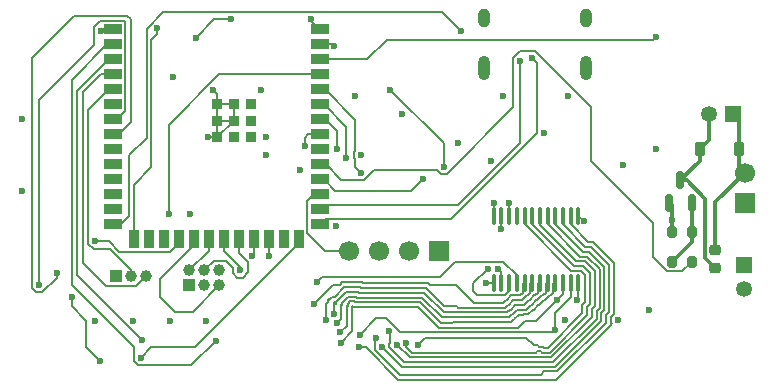
<source format=gbr>
%TF.GenerationSoftware,KiCad,Pcbnew,9.0.1*%
%TF.CreationDate,2025-11-02T10:59:12-06:00*%
%TF.ProjectId,OM-FlexGrid-Rigid-PCB,4f4d2d46-6c65-4784-9772-69642d526967,rev?*%
%TF.SameCoordinates,Original*%
%TF.FileFunction,Copper,L4,Bot*%
%TF.FilePolarity,Positive*%
%FSLAX46Y46*%
G04 Gerber Fmt 4.6, Leading zero omitted, Abs format (unit mm)*
G04 Created by KiCad (PCBNEW 9.0.1) date 2025-11-02 10:59:12*
%MOMM*%
%LPD*%
G01*
G04 APERTURE LIST*
G04 Aperture macros list*
%AMRoundRect*
0 Rectangle with rounded corners*
0 $1 Rounding radius*
0 $2 $3 $4 $5 $6 $7 $8 $9 X,Y pos of 4 corners*
0 Add a 4 corners polygon primitive as box body*
4,1,4,$2,$3,$4,$5,$6,$7,$8,$9,$2,$3,0*
0 Add four circle primitives for the rounded corners*
1,1,$1+$1,$2,$3*
1,1,$1+$1,$4,$5*
1,1,$1+$1,$6,$7*
1,1,$1+$1,$8,$9*
0 Add four rect primitives between the rounded corners*
20,1,$1+$1,$2,$3,$4,$5,0*
20,1,$1+$1,$4,$5,$6,$7,0*
20,1,$1+$1,$6,$7,$8,$9,0*
20,1,$1+$1,$8,$9,$2,$3,0*%
G04 Aperture macros list end*
%TA.AperFunction,ComponentPad*%
%ADD10R,1.000000X1.000000*%
%TD*%
%TA.AperFunction,ComponentPad*%
%ADD11C,1.000000*%
%TD*%
%TA.AperFunction,ComponentPad*%
%ADD12R,1.350000X1.350000*%
%TD*%
%TA.AperFunction,ComponentPad*%
%ADD13C,1.350000*%
%TD*%
%TA.AperFunction,ComponentPad*%
%ADD14R,1.700000X1.700000*%
%TD*%
%TA.AperFunction,ComponentPad*%
%ADD15C,1.700000*%
%TD*%
%TA.AperFunction,HeatsinkPad*%
%ADD16O,1.000000X2.100000*%
%TD*%
%TA.AperFunction,HeatsinkPad*%
%ADD17O,1.000000X1.600000*%
%TD*%
%TA.AperFunction,SMDPad,CuDef*%
%ADD18RoundRect,0.100000X0.100000X-0.637500X0.100000X0.637500X-0.100000X0.637500X-0.100000X-0.637500X0*%
%TD*%
%TA.AperFunction,SMDPad,CuDef*%
%ADD19RoundRect,0.150000X0.150000X-0.587500X0.150000X0.587500X-0.150000X0.587500X-0.150000X-0.587500X0*%
%TD*%
%TA.AperFunction,SMDPad,CuDef*%
%ADD20R,1.498600X0.812800*%
%TD*%
%TA.AperFunction,SMDPad,CuDef*%
%ADD21R,0.812800X1.498600*%
%TD*%
%TA.AperFunction,SMDPad,CuDef*%
%ADD22R,0.889000X0.889000*%
%TD*%
%TA.AperFunction,SMDPad,CuDef*%
%ADD23RoundRect,0.200000X-0.200000X-0.275000X0.200000X-0.275000X0.200000X0.275000X-0.200000X0.275000X0*%
%TD*%
%TA.AperFunction,SMDPad,CuDef*%
%ADD24RoundRect,0.225000X0.250000X-0.225000X0.250000X0.225000X-0.250000X0.225000X-0.250000X-0.225000X0*%
%TD*%
%TA.AperFunction,SMDPad,CuDef*%
%ADD25RoundRect,0.225000X0.225000X0.375000X-0.225000X0.375000X-0.225000X-0.375000X0.225000X-0.375000X0*%
%TD*%
%TA.AperFunction,ViaPad*%
%ADD26C,0.600000*%
%TD*%
%TA.AperFunction,Conductor*%
%ADD27C,0.200000*%
%TD*%
%TA.AperFunction,Conductor*%
%ADD28C,0.350000*%
%TD*%
G04 APERTURE END LIST*
D10*
%TO.P,J1,1,Pin_1*%
%TO.N,GP41*%
X168480000Y-122500000D03*
D11*
%TO.P,J1,2,Pin_2*%
%TO.N,SPI_MOSI*%
X168480000Y-121230000D03*
%TO.P,J1,3,Pin_3*%
%TO.N,SPI_SCK*%
X169750000Y-122500000D03*
%TO.P,J1,4,Pin_4*%
%TO.N,SPI_MISO*%
X169750000Y-121230000D03*
%TO.P,J1,5,Pin_5*%
%TO.N,CS*%
X171020000Y-122500000D03*
%TO.P,J1,6,Pin_6*%
%TO.N,GP40*%
X171020000Y-121230000D03*
%TD*%
D12*
%TO.P,J7,1,Pin_1*%
%TO.N,GND*%
X215450000Y-120800000D03*
D13*
%TO.P,J7,2,Pin_2*%
%TO.N,+3V3*%
X215450000Y-122800000D03*
%TD*%
D14*
%TO.P,J2,1,Pin_1*%
%TO.N,GND*%
X215500000Y-115500000D03*
D15*
%TO.P,J2,2,Pin_2*%
%TO.N,VBAT*%
X215500000Y-112960000D03*
%TD*%
D14*
%TO.P,SCRN1,1,Pin_1*%
%TO.N,GND*%
X189600000Y-119600000D03*
D15*
%TO.P,SCRN1,2,Pin_2*%
%TO.N,+3V3*%
X187060000Y-119600000D03*
%TO.P,SCRN1,3,Pin_3*%
%TO.N,SCL*%
X184520000Y-119600000D03*
%TO.P,SCRN1,4,Pin_4*%
%TO.N,SDA*%
X181980000Y-119600000D03*
%TD*%
D16*
%TO.P,J4,S1,SHIELD*%
%TO.N,GND*%
X202070000Y-104085000D03*
D17*
X202070000Y-99905000D03*
D16*
X193430000Y-104085000D03*
D17*
X193430000Y-99905000D03*
%TD*%
D10*
%TO.P,J6,1,Pin_1*%
%TO.N,GND*%
X162230000Y-121750000D03*
D11*
%TO.P,J6,2,Pin_2*%
%TO.N,RX*%
X163500000Y-121750000D03*
%TO.P,J6,3,Pin_3*%
%TO.N,TX*%
X164770000Y-121750000D03*
%TD*%
D18*
%TO.P,U1,1,COM*%
%TO.N,+3V3*%
X201400000Y-122325000D03*
%TO.P,U1,2,I7*%
%TO.N,COL_7*%
X200750000Y-122325000D03*
%TO.P,U1,3,I6*%
%TO.N,COL_6*%
X200100000Y-122325000D03*
%TO.P,U1,4,I5*%
%TO.N,COL_5*%
X199450000Y-122325000D03*
%TO.P,U1,5,I4*%
%TO.N,COL_4*%
X198800000Y-122325000D03*
%TO.P,U1,6,I3*%
%TO.N,COL_3*%
X198150000Y-122325000D03*
%TO.P,U1,7,I2*%
%TO.N,COL_2*%
X197500000Y-122325000D03*
%TO.P,U1,8,I1*%
%TO.N,COL_1*%
X196850000Y-122325000D03*
%TO.P,U1,9,I0*%
%TO.N,COL_0*%
X196200000Y-122325000D03*
%TO.P,U1,10,S0*%
%TO.N,S0*%
X195550000Y-122325000D03*
%TO.P,U1,11,S1*%
%TO.N,S1*%
X194900000Y-122325000D03*
%TO.P,U1,12,GND*%
%TO.N,GND*%
X194250000Y-122325000D03*
%TO.P,U1,13,S3*%
%TO.N,S3*%
X194250000Y-116600000D03*
%TO.P,U1,14,S2*%
%TO.N,S2*%
X194900000Y-116600000D03*
%TO.P,U1,15,~{E}*%
%TO.N,GP16_E*%
X195550000Y-116600000D03*
%TO.P,U1,16,I15*%
%TO.N,unconnected-(U1-I15-Pad16)*%
X196200000Y-116600000D03*
%TO.P,U1,17,I14*%
%TO.N,COL_14*%
X196850000Y-116600000D03*
%TO.P,U1,18,I13*%
%TO.N,COL_13*%
X197500000Y-116600000D03*
%TO.P,U1,19,I12*%
%TO.N,COL_12*%
X198150000Y-116600000D03*
%TO.P,U1,20,I11*%
%TO.N,COL_11*%
X198800000Y-116600000D03*
%TO.P,U1,21,I10*%
%TO.N,COL_10*%
X199450000Y-116600000D03*
%TO.P,U1,22,I9*%
%TO.N,COL_9*%
X200100000Y-116600000D03*
%TO.P,U1,23,I8*%
%TO.N,COL_8*%
X200750000Y-116600000D03*
%TO.P,U1,24,VCC*%
%TO.N,+3V3*%
X201400000Y-116600000D03*
%TD*%
D19*
%TO.P,Q1,1,G*%
%TO.N,Net-(Q1-G)*%
X211000000Y-115500000D03*
%TO.P,Q1,2,S*%
%TO.N,GND*%
X209100000Y-115500000D03*
%TO.P,Q1,3,D*%
%TO.N,MotorGND*%
X210050000Y-113625000D03*
%TD*%
D20*
%TO.P,U2,1,GND*%
%TO.N,GND*%
X179500000Y-100840000D03*
%TO.P,U2,2,3V3*%
%TO.N,+3V3*%
X179500000Y-102110000D03*
%TO.P,U2,3,EN*%
%TO.N,EN*%
X179500000Y-103380000D03*
%TO.P,U2,4,IO4*%
%TO.N,ROW_3*%
X179500000Y-104650000D03*
%TO.P,U2,5,IO5*%
%TO.N,S0*%
X179500000Y-105920000D03*
%TO.P,U2,6,IO6*%
%TO.N,S1*%
X179500000Y-107190000D03*
%TO.P,U2,7,IO7*%
%TO.N,S2*%
X179500000Y-108460000D03*
%TO.P,U2,8,IO15*%
%TO.N,S3*%
X179500000Y-109730000D03*
%TO.P,U2,9,IO16*%
%TO.N,GP16_E*%
X179500000Y-111000000D03*
%TO.P,U2,10,IO17*%
%TO.N,MOT_SIG*%
X179500000Y-112270000D03*
%TO.P,U2,11,IO18*%
%TO.N,ADC_BAT*%
X179500000Y-113540000D03*
%TO.P,U2,12,IO8*%
%TO.N,SDA*%
X179500000Y-114810000D03*
%TO.P,U2,13,IO19*%
%TO.N,D-*%
X179500000Y-116080000D03*
%TO.P,U2,14,IO20*%
%TO.N,D+*%
X179500000Y-117350000D03*
D21*
%TO.P,U2,15,IO3*%
%TO.N,ROW_2*%
X177735000Y-118600000D03*
%TO.P,U2,16,IO46*%
%TO.N,unconnected-(U2-IO46-Pad16)*%
X176465000Y-118600000D03*
%TO.P,U2,17,IO9*%
%TO.N,SCL*%
X175195000Y-118600000D03*
%TO.P,U2,18,IO10*%
%TO.N,SELECT*%
X173925000Y-118600000D03*
%TO.P,U2,19,IO11*%
%TO.N,SPI_MISO*%
X172655000Y-118600000D03*
%TO.P,U2,20,IO12*%
%TO.N,SPI_SCK*%
X171385000Y-118600000D03*
%TO.P,U2,21,IO13*%
%TO.N,SPI_MOSI*%
X170115000Y-118600000D03*
%TO.P,U2,22,IO14*%
%TO.N,CS*%
X168845000Y-118600000D03*
%TO.P,U2,23,IO21*%
%TO.N,MENU*%
X167575000Y-118600000D03*
%TO.P,U2,24,IO47*%
%TO.N,unconnected-(U2-IO47-Pad24)*%
X166305000Y-118600000D03*
%TO.P,U2,25,IO48*%
%TO.N,unconnected-(U2-IO48-Pad25)*%
X165035000Y-118600000D03*
%TO.P,U2,26,IO45*%
%TO.N,PWR_OFF*%
X163765000Y-118600000D03*
D20*
%TO.P,U2,27,IO0*%
%TO.N,100*%
X162000000Y-117350000D03*
%TO.P,U2,28,IO35*%
%TO.N,unconnected-(U2-IO35-Pad28)*%
X162000000Y-116080000D03*
%TO.P,U2,29,IO36*%
%TO.N,unconnected-(U2-IO36-Pad29)*%
X162000000Y-114810000D03*
%TO.P,U2,30,IO37*%
%TO.N,unconnected-(U2-IO37-Pad30)*%
X162000000Y-113540000D03*
%TO.P,U2,31,IO38*%
%TO.N,unconnected-(U2-IO38-Pad31)*%
X162000000Y-112270000D03*
%TO.P,U2,32,IO39*%
%TO.N,unconnected-(U2-IO39-Pad32)*%
X162000000Y-111000000D03*
%TO.P,U2,33,IO40*%
%TO.N,GP40*%
X162000000Y-109730000D03*
%TO.P,U2,34,IO41*%
%TO.N,GP41*%
X162000000Y-108460000D03*
%TO.P,U2,35,IO42*%
%TO.N,unconnected-(U2-IO42-Pad35)*%
X162000000Y-107190000D03*
%TO.P,U2,36,RXD0*%
%TO.N,RX*%
X162000000Y-105920000D03*
%TO.P,U2,37,TXD0*%
%TO.N,TX*%
X162000000Y-104650000D03*
%TO.P,U2,38,IO2*%
%TO.N,ROW_1*%
X162000000Y-103380000D03*
%TO.P,U2,39,IO1*%
%TO.N,ROW_0*%
X162000000Y-102110000D03*
%TO.P,U2,40,GND*%
%TO.N,GND*%
X162000000Y-100840000D03*
D22*
%TO.P,U2,41,GND*%
X172250000Y-108560000D03*
%TO.P,U2,42*%
%TO.N,N/C*%
X173650000Y-107160000D03*
%TO.P,U2,43*%
X173650000Y-108560000D03*
%TO.P,U2,44*%
X173650000Y-109960000D03*
%TO.P,U2,45*%
X172250000Y-109960000D03*
%TO.P,U2,46,GND*%
%TO.N,GND*%
X170850000Y-109960000D03*
%TO.P,U2,47,GND*%
X170850000Y-108560000D03*
%TO.P,U2,48,GND*%
X170850000Y-107160000D03*
%TO.P,U2,49,GND*%
X172250000Y-107160000D03*
%TD*%
D12*
%TO.P,J5,1,Pin_1*%
%TO.N,VBAT*%
X214500000Y-108000000D03*
D13*
%TO.P,J5,2,Pin_2*%
%TO.N,MotorGND*%
X212500000Y-108000000D03*
%TD*%
D23*
%TO.P,R10,1*%
%TO.N,Net-(Q1-G)*%
X209350000Y-120500000D03*
%TO.P,R10,2*%
%TO.N,MOT_SIG*%
X211000000Y-120500000D03*
%TD*%
D24*
%TO.P,C9,1*%
%TO.N,MotorGND*%
X213000000Y-121050000D03*
%TO.P,C9,2*%
%TO.N,VBAT*%
X213000000Y-119500000D03*
%TD*%
D23*
%TO.P,R11,1*%
%TO.N,GND*%
X209350000Y-118000000D03*
%TO.P,R11,2*%
%TO.N,Net-(Q1-G)*%
X211000000Y-118000000D03*
%TD*%
D25*
%TO.P,D4,1,K*%
%TO.N,VBAT*%
X215000000Y-111000000D03*
%TO.P,D4,2,A*%
%TO.N,MotorGND*%
X211700000Y-111000000D03*
%TD*%
D26*
%TO.N,GND*%
X198500000Y-109650000D03*
X209350000Y-117000000D03*
X161000000Y-101000000D03*
X183000000Y-111500000D03*
X154300000Y-114550000D03*
X169900000Y-125500000D03*
X207375000Y-124625000D03*
X204750000Y-125450000D03*
X174950000Y-109950000D03*
X154300000Y-108400000D03*
X182500000Y-106500000D03*
X180850000Y-117499000D03*
X170500000Y-106000000D03*
X193575000Y-122325000D03*
X163700000Y-125500000D03*
X166800000Y-125500000D03*
X200299435Y-125449435D03*
X170040000Y-109960000D03*
X194000000Y-112000000D03*
X167112500Y-104887500D03*
X178750000Y-100000000D03*
X160500000Y-125500000D03*
X177850000Y-112750000D03*
X208000000Y-111000000D03*
%TO.N,EN*%
X208000000Y-101500000D03*
%TO.N,+3V3*%
X205175000Y-112325000D03*
X201324464Y-123774464D03*
X180750000Y-102250000D03*
X201850000Y-117050000D03*
X174500000Y-106000000D03*
%TO.N,VBUS*%
X168500000Y-116500000D03*
X186500000Y-108000000D03*
X175000000Y-111500000D03*
X200500000Y-106500000D03*
X195000000Y-106500000D03*
%TO.N,Net-(D2-K)*%
X190000000Y-112500000D03*
X185500000Y-106000000D03*
%TO.N,GP40*%
X157250000Y-121500000D03*
%TO.N,SCL*%
X175250000Y-120000000D03*
%TO.N,GP41*%
X155750000Y-122500000D03*
%TO.N,ROW_3*%
X160875000Y-128875000D03*
X166750000Y-116500000D03*
X158500000Y-123500000D03*
%TO.N,COL_11*%
X185339243Y-126350000D03*
%TO.N,COL_9*%
X184250000Y-126950000D03*
%TO.N,COL_0*%
X179250000Y-122250000D03*
%TO.N,COL_2*%
X180080832Y-125456592D03*
%TO.N,COL_4*%
X181000000Y-125700000D03*
%TO.N,COL_1*%
X179000000Y-124100000D03*
%TO.N,COL_13*%
X186820091Y-127403969D03*
%TO.N,ROW_1*%
X164450057Y-127100000D03*
%TO.N,COL_6*%
X181275000Y-127375000D03*
X199610700Y-123750329D03*
%TO.N,COL_10*%
X184750000Y-127700000D03*
%TO.N,COL_5*%
X181250000Y-126500000D03*
%TO.N,COL_8*%
X182850000Y-127700000D03*
%TO.N,ROW_2*%
X164350000Y-128650000D03*
%TO.N,ROW_0*%
X170700000Y-127200000D03*
%TO.N,COL_12*%
X186031654Y-127539509D03*
%TO.N,COL_7*%
X182925000Y-126675000D03*
X199400000Y-126300000D03*
%TO.N,COL_3*%
X180700000Y-124950000D03*
%TO.N,COL_14*%
X187800000Y-127602000D03*
%TO.N,D-*%
X196500000Y-103500000D03*
%TO.N,D+*%
X197500000Y-103250000D03*
%TO.N,SPI_SCK*%
X172750000Y-121250000D03*
%TO.N,ADC_BAT*%
X188250000Y-113500000D03*
%TO.N,Net-(MAX1-In)*%
X172000000Y-100000000D03*
X169000000Y-101550000D03*
%TO.N,VBAT*%
X191250000Y-110500000D03*
%TO.N,PWR_OFF*%
X165750000Y-100750000D03*
%TO.N,S3*%
X194250000Y-115500000D03*
X178250000Y-110750000D03*
%TO.N,GP16_E*%
X179500000Y-111000000D03*
X195550000Y-115500000D03*
%TO.N,S0*%
X193750000Y-121100000D03*
X183000000Y-113000000D03*
%TO.N,S2*%
X181000000Y-111000000D03*
X194900000Y-117750000D03*
%TO.N,S1*%
X194625000Y-121125000D03*
X181750000Y-111750000D03*
%TO.N,MENU*%
X160500000Y-118750000D03*
%TO.N,100*%
X191500000Y-101000000D03*
%TO.N,SELECT*%
X173750000Y-120000000D03*
%TD*%
D27*
%TO.N,GND*%
X178750000Y-100000000D02*
X178750000Y-100090000D01*
X170850000Y-109960000D02*
X170850000Y-108560000D01*
D28*
X209350000Y-118000000D02*
X209350000Y-117000000D01*
D27*
X161160000Y-100840000D02*
X161000000Y-101000000D01*
D28*
X209350000Y-117000000D02*
X209350000Y-115750000D01*
D27*
X170850000Y-106350000D02*
X170500000Y-106000000D01*
X170850000Y-107160000D02*
X170850000Y-108560000D01*
X170850000Y-109960000D02*
X172250000Y-108560000D01*
X172250000Y-107160000D02*
X170850000Y-107160000D01*
X172250000Y-108560000D02*
X172250000Y-107160000D01*
X170850000Y-107160000D02*
X170850000Y-106350000D01*
X178750000Y-100090000D02*
X179500000Y-100840000D01*
X170850000Y-109960000D02*
X170040000Y-109960000D01*
X162000000Y-100840000D02*
X161160000Y-100840000D01*
X172250000Y-108560000D02*
X170850000Y-108560000D01*
X194250000Y-122325000D02*
X193575000Y-122325000D01*
D28*
X209350000Y-115750000D02*
X209100000Y-115500000D01*
D27*
%TO.N,EN*%
X179500000Y-103380000D02*
X183547785Y-103380000D01*
X183547785Y-103380000D02*
X185177785Y-101750000D01*
X185177785Y-101750000D02*
X196500000Y-101750000D01*
X207750000Y-101750000D02*
X208000000Y-101500000D01*
X196500000Y-101750000D02*
X207750000Y-101750000D01*
%TO.N,+3V3*%
X201324464Y-123774464D02*
X201400000Y-123698928D01*
X201400000Y-123698928D02*
X201400000Y-122325000D01*
X201850000Y-117050000D02*
X201900000Y-117050000D01*
X179500000Y-102110000D02*
X180610000Y-102110000D01*
X180610000Y-102110000D02*
X180750000Y-102250000D01*
X201400000Y-116600000D02*
X201850000Y-117050000D01*
D28*
%TO.N,MotorGND*%
X211700000Y-111975000D02*
X210050000Y-113625000D01*
X210610534Y-113625000D02*
X212149000Y-115163466D01*
X212500000Y-108000000D02*
X212500000Y-110200000D01*
X210050000Y-113625000D02*
X210610534Y-113625000D01*
X212149000Y-115163466D02*
X212149000Y-120199000D01*
X211700000Y-111000000D02*
X211700000Y-111975000D01*
X212149000Y-120199000D02*
X213000000Y-121050000D01*
X212500000Y-110200000D02*
X211700000Y-111000000D01*
D27*
%TO.N,Net-(D2-K)*%
X190000000Y-112500000D02*
X190000000Y-110500000D01*
X190000000Y-110500000D02*
X185500000Y-106000000D01*
%TO.N,GP40*%
X163500000Y-108717700D02*
X162487700Y-109730000D01*
X162487700Y-109730000D02*
X162000000Y-109730000D01*
X155149000Y-122748943D02*
X155149000Y-103298976D01*
X163231600Y-99731600D02*
X163500000Y-100000000D01*
X158716376Y-99731600D02*
X163231600Y-99731600D01*
X155501057Y-123101000D02*
X155149000Y-122748943D01*
X155149000Y-103298976D02*
X158716376Y-99731600D01*
X157250000Y-121500000D02*
X157250000Y-121849943D01*
X163500000Y-100000000D02*
X163500000Y-108717700D01*
X157250000Y-121849943D02*
X155998943Y-123101000D01*
X155998943Y-123101000D02*
X155501057Y-123101000D01*
%TO.N,SCL*%
X175195000Y-118600000D02*
X175195000Y-119945000D01*
X175195000Y-119945000D02*
X175250000Y-120000000D01*
%TO.N,GP41*%
X162342900Y-108460000D02*
X162000000Y-108460000D01*
X163050300Y-100132600D02*
X163050300Y-107752600D01*
X160867400Y-100132600D02*
X163050300Y-100132600D01*
X160399000Y-100601000D02*
X160867400Y-100132600D01*
X155750000Y-122500000D02*
X155750000Y-106802024D01*
X155750000Y-106802024D02*
X160399000Y-102153024D01*
X163050300Y-107752600D02*
X162342900Y-108460000D01*
X160399000Y-102153024D02*
X160399000Y-100601000D01*
%TO.N,SDA*%
X178449700Y-115372600D02*
X178449700Y-118057400D01*
X179500000Y-114810000D02*
X179012300Y-114810000D01*
X179012300Y-114810000D02*
X178449700Y-115372600D01*
X178449700Y-118057400D02*
X179992300Y-119600000D01*
X179992300Y-119600000D02*
X181980000Y-119600000D01*
%TO.N,ROW_3*%
X158500000Y-123500000D02*
X158500000Y-124250000D01*
X158500000Y-124250000D02*
X159750000Y-125500000D01*
X179500000Y-104650000D02*
X171000057Y-104650000D01*
X171000057Y-104650000D02*
X166750000Y-108900057D01*
X159750000Y-125500000D02*
X159750000Y-127750000D01*
X159750000Y-127750000D02*
X160875000Y-128875000D01*
X166750000Y-108900057D02*
X166750000Y-116500000D01*
%TO.N,COL_11*%
X202167170Y-120083500D02*
X201546001Y-120083500D01*
X198167800Y-129000600D02*
X198832200Y-129000600D01*
X186621100Y-129004000D02*
X198164400Y-129004000D01*
X198832200Y-129000600D02*
X198835600Y-129004000D01*
X202946000Y-125200644D02*
X202946000Y-124702757D01*
X202945998Y-125200646D02*
X202946000Y-125200644D01*
X203204000Y-121120330D02*
X202167170Y-120083500D01*
X185351000Y-127451057D02*
X185351000Y-127733900D01*
X185450000Y-127352057D02*
X185351000Y-127451057D01*
X199294700Y-129004000D02*
X202945998Y-125352702D01*
X203204000Y-124444757D02*
X203204000Y-121120330D01*
X185450000Y-126460757D02*
X185450000Y-127352057D01*
X202946000Y-124702757D02*
X203204000Y-124444757D01*
X201546001Y-120083500D02*
X198800000Y-117337499D01*
X185339243Y-126350000D02*
X185450000Y-126460757D01*
X185351000Y-127733900D02*
X186621100Y-129004000D01*
X198164400Y-129004000D02*
X198167800Y-129000600D01*
X198800000Y-117337499D02*
X198800000Y-116600000D01*
X202945998Y-125352702D02*
X202945998Y-125200646D01*
X198835600Y-129004000D02*
X199294700Y-129004000D01*
%TO.N,COL_9*%
X202467870Y-119250000D02*
X204006000Y-120788130D01*
X186283957Y-130083900D02*
X198218700Y-130083900D01*
X203748000Y-125034957D02*
X203748000Y-125532844D01*
X204006000Y-124776957D02*
X203748000Y-125034957D01*
X202012501Y-119250000D02*
X202467870Y-119250000D01*
X199626900Y-129806000D02*
X198496600Y-129806000D01*
X203747999Y-125684901D02*
X199626900Y-129806000D01*
X184149000Y-127948943D02*
X186283957Y-130083900D01*
X204006000Y-120788130D02*
X204006000Y-124776957D01*
X200100000Y-117337499D02*
X202012501Y-119250000D01*
X184149000Y-127051000D02*
X184149000Y-127948943D01*
X198218700Y-130083900D02*
X198500000Y-129802600D01*
X203747998Y-125532846D02*
X203747999Y-125684901D01*
X203748000Y-125532844D02*
X203747998Y-125532846D01*
X200100000Y-116600000D02*
X200100000Y-117337499D01*
X184250000Y-126950000D02*
X184149000Y-127051000D01*
%TO.N,COL_0*%
X179700000Y-121800000D02*
X189702000Y-121800000D01*
X195032370Y-120500000D02*
X196200000Y-121667630D01*
X196200000Y-121667630D02*
X196200000Y-122325000D01*
X191002000Y-120500000D02*
X195032370Y-120500000D01*
X189702000Y-121800000D02*
X191002000Y-120500000D01*
X179250000Y-122250000D02*
X179700000Y-121800000D01*
%TO.N,COL_2*%
X180299000Y-123733900D02*
X180299000Y-123751000D01*
X197500000Y-122325000D02*
X197351000Y-122325000D01*
X183014400Y-122746000D02*
X182933500Y-122665100D01*
X191150057Y-124300000D02*
X190062400Y-124300000D01*
X195501070Y-124165500D02*
X195451600Y-124165500D01*
X197351000Y-123131370D02*
X197118870Y-123363500D01*
X197118870Y-123363500D02*
X197035970Y-123363500D01*
X180770800Y-123499000D02*
X180533900Y-123499000D01*
X196634970Y-123764500D02*
X195902070Y-123764500D01*
X180250000Y-123702000D02*
X180250000Y-123900000D01*
X195216100Y-124401000D02*
X191251057Y-124401000D01*
X180299000Y-123751000D02*
X180250000Y-123702000D01*
X188508400Y-122746000D02*
X183014400Y-122746000D01*
X180250000Y-123900000D02*
X180080832Y-124069168D01*
X195902070Y-123764500D02*
X195501070Y-124165500D01*
X190062400Y-124300000D02*
X188508400Y-122746000D01*
X195451600Y-124165500D02*
X195216100Y-124401000D01*
X191251057Y-124401000D02*
X191150057Y-124300000D01*
X180080832Y-124069168D02*
X180080832Y-125456592D01*
X181604700Y-122665100D02*
X180770800Y-123499000D01*
X197351000Y-122325000D02*
X197351000Y-123131370D01*
X182933500Y-122665100D02*
X181604700Y-122665100D01*
X197035970Y-123363500D02*
X196634970Y-123764500D01*
X180533900Y-123499000D02*
X180299000Y-123733900D01*
%TO.N,COL_4*%
X197934970Y-123764500D02*
X197852070Y-123764500D01*
X198800000Y-122325000D02*
X198651000Y-122325000D01*
X195783800Y-124967500D02*
X195548300Y-125203000D01*
X195833270Y-124967500D02*
X195783800Y-124967500D01*
X195548300Y-125203000D02*
X189831200Y-125203000D01*
X198335970Y-123363500D02*
X197934970Y-123764500D01*
X197451070Y-124165500D02*
X197368170Y-124165500D01*
X182601300Y-123467100D02*
X181936900Y-123467100D01*
X182682200Y-123548000D02*
X182601300Y-123467100D01*
X196967170Y-124566500D02*
X196234270Y-124566500D01*
X181384550Y-124186550D02*
X181301000Y-124103000D01*
X181301000Y-124103000D02*
X181301000Y-125399000D01*
X189831200Y-125203000D02*
X188176200Y-123548000D01*
X181384550Y-124019450D02*
X181384550Y-124186550D01*
X197852070Y-123764500D02*
X197451070Y-124165500D01*
X198651000Y-122325000D02*
X198651000Y-123131370D01*
X181936900Y-123467100D02*
X181384550Y-124019450D01*
X198651000Y-123131370D02*
X198418870Y-123363500D01*
X197368170Y-124165500D02*
X196967170Y-124566500D01*
X198418870Y-123363500D02*
X198335970Y-123363500D01*
X188176200Y-123548000D02*
X182682200Y-123548000D01*
X196234270Y-124566500D02*
X195833270Y-124967500D01*
X181301000Y-125399000D02*
X181000000Y-125700000D01*
%TO.N,COL_1*%
X183099600Y-122264100D02*
X183180500Y-122345000D01*
X188829500Y-122500000D02*
X191050000Y-122500000D01*
X188674500Y-122345000D02*
X188829500Y-122500000D01*
X191050000Y-122500000D02*
X192550000Y-124000000D01*
X196701000Y-123131370D02*
X196701000Y-122349000D01*
X181438600Y-122264100D02*
X183099600Y-122264100D01*
X195931130Y-123363500D02*
X196468870Y-123363500D01*
X181202700Y-122500000D02*
X181438600Y-122264100D01*
X183180500Y-122345000D02*
X188674500Y-122345000D01*
X180600000Y-122500000D02*
X181202700Y-122500000D01*
X195875000Y-123307370D02*
X195931130Y-123363500D01*
X196468870Y-123363500D02*
X196701000Y-123131370D01*
X195334970Y-123764500D02*
X195735970Y-123363500D01*
X195735970Y-123363500D02*
X195818870Y-123363500D01*
X195818870Y-123363500D02*
X195875000Y-123307370D01*
X195285500Y-123764500D02*
X195334970Y-123764500D01*
X195050000Y-124000000D02*
X195285500Y-123764500D01*
X196701000Y-122349000D02*
X196725000Y-122325000D01*
X196725000Y-122325000D02*
X196850000Y-122325000D01*
X192550000Y-124000000D02*
X195050000Y-124000000D01*
X179000000Y-124100000D02*
X180600000Y-122500000D01*
%TO.N,COL_13*%
X187302057Y-128202000D02*
X197832200Y-128202000D01*
X202402000Y-124112557D02*
X202144000Y-124370557D01*
X197500000Y-117337499D02*
X201048001Y-120885500D01*
X197500000Y-116600000D02*
X197500000Y-117337499D01*
X198965900Y-128198600D02*
X198365700Y-128198600D01*
X198266750Y-128099650D02*
X197934550Y-128099650D01*
X197832200Y-128202000D02*
X197942100Y-128092100D01*
X186820091Y-127720034D02*
X187302057Y-128202000D01*
X202143998Y-125020502D02*
X198965900Y-128198600D01*
X202144000Y-124370557D02*
X202144000Y-124868444D01*
X186820091Y-127403969D02*
X186820091Y-127720034D01*
X201048001Y-120885500D02*
X201834970Y-120885500D01*
X198365700Y-128198600D02*
X198266750Y-128099650D01*
X197934550Y-128099650D02*
X197832200Y-128202000D01*
X201834970Y-120885500D02*
X202402000Y-121452530D01*
X202143998Y-124868446D02*
X202143998Y-125020502D01*
X202144000Y-124868444D02*
X202143998Y-124868446D01*
X202402000Y-121452530D02*
X202402000Y-124112557D01*
%TO.N,ROW_1*%
X164450057Y-127100000D02*
X159000000Y-121649943D01*
X159000000Y-121649943D02*
X159000000Y-106037100D01*
X161657100Y-103380000D02*
X162000000Y-103380000D01*
X159000000Y-106037100D02*
X161657100Y-103380000D01*
%TO.N,COL_6*%
X197861029Y-125500000D02*
X199610700Y-123750329D01*
X181275000Y-127375000D02*
X182269100Y-126380900D01*
X182269100Y-126380900D02*
X182269100Y-124269100D01*
X200100000Y-123261029D02*
X200100000Y-122325000D01*
X189594000Y-126100000D02*
X196300000Y-126100000D01*
X182350000Y-124350000D02*
X187844000Y-124350000D01*
X199610700Y-123750329D02*
X200100000Y-123261029D01*
X196300000Y-126100000D02*
X196900000Y-125500000D01*
X187844000Y-124350000D02*
X189594000Y-126100000D01*
X196900000Y-125500000D02*
X197861029Y-125500000D01*
X182269100Y-124269100D02*
X182350000Y-124350000D01*
%TO.N,COL_10*%
X203346998Y-125518802D02*
X203346998Y-125366746D01*
X203605000Y-124610857D02*
X203605000Y-120954230D01*
X198669500Y-129405000D02*
X199460800Y-129405000D01*
X203347000Y-124868857D02*
X203605000Y-124610857D01*
X202333270Y-119682500D02*
X201795001Y-119682500D01*
X203347000Y-125366744D02*
X203347000Y-124868857D01*
X199460800Y-129405000D02*
X203346998Y-125518802D01*
X198666100Y-129401600D02*
X198669500Y-129405000D01*
X203346998Y-125366746D02*
X203347000Y-125366744D01*
X201795001Y-119682500D02*
X199450000Y-117337499D01*
X199450000Y-117337499D02*
X199450000Y-116600000D01*
X198333900Y-129401600D02*
X198666100Y-129401600D01*
X184750000Y-127700000D02*
X186500000Y-129450000D01*
X203605000Y-120954230D02*
X202333270Y-119682500D01*
X186500000Y-129450000D02*
X198285500Y-129450000D01*
X198285500Y-129450000D02*
X198333900Y-129401600D01*
%TO.N,COL_5*%
X198101070Y-124165500D02*
X198502070Y-123764500D01*
X197133270Y-124967500D02*
X197534270Y-124566500D01*
X198018170Y-124165500D02*
X198101070Y-124165500D01*
X189760100Y-125699000D02*
X190733900Y-125699000D01*
X198985970Y-123363500D02*
X199068870Y-123363500D01*
X181250000Y-126500000D02*
X181785550Y-125964450D01*
X199068870Y-123363500D02*
X199301000Y-123131370D01*
X199375000Y-122325000D02*
X199450000Y-122325000D01*
X190733900Y-125699000D02*
X190782900Y-125650000D01*
X199301000Y-122399000D02*
X199375000Y-122325000D01*
X195949900Y-125368500D02*
X195999370Y-125368500D01*
X181785550Y-124185550D02*
X181868100Y-124268100D01*
X196367870Y-125000000D02*
X196700000Y-125000000D01*
X196700000Y-125000000D02*
X196732500Y-124967500D01*
X181868100Y-124103000D02*
X182103000Y-123868100D01*
X182435200Y-123868100D02*
X182516100Y-123949000D01*
X196732500Y-124967500D02*
X197133270Y-124967500D01*
X195714400Y-125604000D02*
X195949900Y-125368500D01*
X194996000Y-125604000D02*
X195714400Y-125604000D01*
X199301000Y-123131370D02*
X199301000Y-122399000D01*
X190782900Y-125650000D02*
X194950000Y-125650000D01*
X194950000Y-125650000D02*
X194996000Y-125604000D01*
X195999370Y-125368500D02*
X196367870Y-125000000D01*
X182103000Y-123868100D02*
X182435200Y-123868100D01*
X181868100Y-124268100D02*
X181868100Y-124103000D01*
X197534270Y-124566500D02*
X197617170Y-124566500D01*
X181785550Y-125964450D02*
X181785550Y-124185550D01*
X188010100Y-123949000D02*
X189760100Y-125699000D01*
X198584970Y-123764500D02*
X198985970Y-123363500D01*
X198502070Y-123764500D02*
X198584970Y-123764500D01*
X182516100Y-123949000D02*
X188010100Y-123949000D01*
X197617170Y-124566500D02*
X198018170Y-124165500D01*
%TO.N,COL_8*%
X199515100Y-130484900D02*
X204225029Y-125774971D01*
X202261501Y-118849000D02*
X200750000Y-117337499D01*
X204225029Y-125774971D02*
X204149000Y-125698943D01*
X183400000Y-127767043D02*
X186117857Y-130484900D01*
X204149000Y-125698943D02*
X204149000Y-125201057D01*
X182917043Y-127767043D02*
X183400000Y-127767043D01*
X204407000Y-120622030D02*
X202633970Y-118849000D01*
X186117857Y-130484900D02*
X199515100Y-130484900D01*
X200750000Y-117337499D02*
X200750000Y-116600000D01*
X202633970Y-118849000D02*
X202261501Y-118849000D01*
X182850000Y-127700000D02*
X182917043Y-127767043D01*
X204407000Y-124943057D02*
X204407000Y-120622030D01*
X204149000Y-125201057D02*
X204407000Y-124943057D01*
%TO.N,ROW_2*%
X177735000Y-118942900D02*
X168927900Y-127750000D01*
X168927900Y-127750000D02*
X165250000Y-127750000D01*
X165250000Y-127750000D02*
X164350000Y-128650000D01*
X177735000Y-118600000D02*
X177735000Y-118942900D01*
%TO.N,ROW_0*%
X170700000Y-127200000D02*
X168649000Y-129251000D01*
X163749000Y-127696943D02*
X158500000Y-122447943D01*
X162000000Y-102110000D02*
X161322900Y-102110000D01*
X163749000Y-128898943D02*
X163749000Y-127696943D01*
X158500000Y-105122300D02*
X161512300Y-102110000D01*
X158500000Y-122447943D02*
X158500000Y-105122300D01*
X168649000Y-129251000D02*
X164101057Y-129251000D01*
X161512300Y-102110000D02*
X162000000Y-102110000D01*
X164101057Y-129251000D02*
X163749000Y-128898943D01*
%TO.N,COL_12*%
X186072466Y-127539509D02*
X187135957Y-128603000D01*
X198998300Y-128599600D02*
X198001700Y-128599600D01*
X198001700Y-128599600D02*
X197998300Y-128603000D01*
X202544998Y-125186602D02*
X199128600Y-128603000D01*
X202545000Y-125034544D02*
X202544998Y-125034546D01*
X202545000Y-124536657D02*
X202545000Y-125034544D01*
X202001070Y-120484500D02*
X202803000Y-121286430D01*
X198150000Y-117400000D02*
X201234500Y-120484500D01*
X202544998Y-125034546D02*
X202544998Y-125186602D01*
X202803000Y-124278657D02*
X202545000Y-124536657D01*
X186031654Y-127539509D02*
X186072466Y-127539509D01*
X199001700Y-128603000D02*
X198998300Y-128599600D01*
X199128600Y-128603000D02*
X199001700Y-128603000D01*
X187135957Y-128603000D02*
X197998300Y-128603000D01*
X202803000Y-121286430D02*
X202803000Y-124278657D01*
X201234500Y-120484500D02*
X202001070Y-120484500D01*
X198150000Y-116600000D02*
X198150000Y-117400000D01*
%TO.N,COL_7*%
X184550000Y-125300000D02*
X185139186Y-125300000D01*
X200750000Y-123460972D02*
X200750000Y-122325000D01*
X185139186Y-125300000D02*
X186339186Y-126500000D01*
X184300000Y-125300000D02*
X182925000Y-126675000D01*
X186339186Y-126500000D02*
X199200000Y-126500000D01*
X199400000Y-124810972D02*
X200750000Y-123460972D01*
X199200000Y-126500000D02*
X199400000Y-126300000D01*
X199400000Y-126300000D02*
X199400000Y-124810972D01*
X184550000Y-125300000D02*
X184300000Y-125300000D01*
X182925000Y-126675000D02*
X182900000Y-126700000D01*
%TO.N,COL_3*%
X198001000Y-123131370D02*
X198001000Y-122325000D01*
X197685970Y-123363500D02*
X197768870Y-123363500D01*
X197284970Y-123764500D02*
X197685970Y-123363500D01*
X195667170Y-124566500D02*
X196068170Y-124165500D01*
X198001000Y-122325000D02*
X198150000Y-122325000D01*
X182767400Y-123066100D02*
X182848300Y-123147000D01*
X197768870Y-123363500D02*
X198001000Y-123131370D01*
X180700000Y-124950000D02*
X180700000Y-123900000D01*
X196068170Y-124165500D02*
X196801070Y-124165500D01*
X195617700Y-124566500D02*
X195667170Y-124566500D01*
X180900000Y-124100000D02*
X180900000Y-123936900D01*
X188342300Y-123147000D02*
X189997300Y-124802000D01*
X180900000Y-123936900D02*
X181770800Y-123066100D01*
X189997300Y-124802000D02*
X195382200Y-124802000D01*
X197202070Y-123764500D02*
X197284970Y-123764500D01*
X181770800Y-123066100D02*
X182767400Y-123066100D01*
X182848300Y-123147000D02*
X188342300Y-123147000D01*
X196801070Y-124165500D02*
X197202070Y-123764500D01*
X180700000Y-123900000D02*
X180900000Y-124100000D01*
X195382200Y-124802000D02*
X195617700Y-124566500D01*
%TO.N,COL_14*%
X188452000Y-126950000D02*
X187800000Y-127602000D01*
X198115750Y-127698650D02*
X198016100Y-127599000D01*
X198531800Y-127797600D02*
X198432850Y-127698650D01*
X201743000Y-124702344D02*
X201742998Y-124702346D01*
X198432850Y-127698650D02*
X198115750Y-127698650D01*
X201742998Y-124702346D02*
X201742998Y-124854402D01*
X196850000Y-116600000D02*
X196850000Y-117350000D01*
X201742998Y-124854402D02*
X198799800Y-127797600D01*
X198799800Y-127797600D02*
X198531800Y-127797600D01*
X201668870Y-121286500D02*
X202001000Y-121618630D01*
X196850000Y-117350000D02*
X200786500Y-121286500D01*
X201743000Y-124204457D02*
X201743000Y-124702344D01*
X202001000Y-123946457D02*
X201743000Y-124204457D01*
X202001000Y-121618630D02*
X202001000Y-123946457D01*
X198016100Y-127599000D02*
X197666100Y-127599000D01*
X197666100Y-127599000D02*
X197017100Y-126950000D01*
X197017100Y-126950000D02*
X188452000Y-126950000D01*
X200786500Y-121286500D02*
X201668870Y-121286500D01*
%TO.N,D-*%
X196500000Y-103500000D02*
X196500000Y-110500000D01*
X196500000Y-110500000D02*
X191250000Y-115750000D01*
X179830000Y-115750000D02*
X179500000Y-116080000D01*
X191250000Y-115750000D02*
X179830000Y-115750000D01*
%TO.N,D+*%
X197899000Y-109601000D02*
X197899000Y-103649000D01*
X196901000Y-110666100D02*
X196901000Y-110599000D01*
X191349000Y-116151000D02*
X191416100Y-116151000D01*
X179500000Y-117350000D02*
X179951000Y-116899000D01*
X196901000Y-110599000D02*
X197899000Y-109601000D01*
X191416100Y-116151000D02*
X196901000Y-110666100D01*
X179951000Y-116899000D02*
X190601000Y-116899000D01*
X190601000Y-116899000D02*
X191349000Y-116151000D01*
X197899000Y-103649000D02*
X197500000Y-103250000D01*
%TO.N,SPI_SCK*%
X171385000Y-119635000D02*
X171385000Y-118600000D01*
X172750000Y-121000000D02*
X171385000Y-119635000D01*
X172750000Y-121250000D02*
X172750000Y-121000000D01*
%TO.N,SPI_MOSI*%
X170115000Y-119595000D02*
X170115000Y-118600000D01*
X168480000Y-121230000D02*
X170115000Y-119595000D01*
%TO.N,CS*%
X167250000Y-124750000D02*
X166000000Y-123500000D01*
X166000000Y-123500000D02*
X166000000Y-121932700D01*
X168845000Y-119087700D02*
X168845000Y-118600000D01*
X166000000Y-121932700D02*
X168845000Y-119087700D01*
X171020000Y-122500000D02*
X168770000Y-124750000D01*
X168770000Y-124750000D02*
X167250000Y-124750000D01*
%TO.N,SPI_MISO*%
X173450028Y-121399915D02*
X173450028Y-120549971D01*
X172501057Y-121851000D02*
X172998943Y-121851000D01*
X172998943Y-121851000D02*
X173450028Y-121399915D01*
X173450028Y-120549971D02*
X172655000Y-119754943D01*
X172149000Y-121001057D02*
X172149000Y-121498943D01*
X170551000Y-120429000D02*
X171576943Y-120429000D01*
X171576943Y-120429000D02*
X172149000Y-121001057D01*
X172149000Y-121498943D02*
X172501057Y-121851000D01*
X172655000Y-119754943D02*
X172655000Y-118600000D01*
X169750000Y-121230000D02*
X170551000Y-120429000D01*
%TO.N,ADC_BAT*%
X180802900Y-114500000D02*
X179842900Y-113540000D01*
X187250000Y-114500000D02*
X180802900Y-114500000D01*
X179842900Y-113540000D02*
X179500000Y-113540000D01*
X188250000Y-113500000D02*
X187250000Y-114500000D01*
%TO.N,Net-(MAX1-In)*%
X170550000Y-100000000D02*
X172000000Y-100000000D01*
X169000000Y-101550000D02*
X170550000Y-100000000D01*
D28*
%TO.N,VBAT*%
X215000000Y-112460000D02*
X215500000Y-112960000D01*
X215000000Y-111000000D02*
X215000000Y-112460000D01*
X213000000Y-115460000D02*
X215500000Y-112960000D01*
X215000000Y-111000000D02*
X215000000Y-108500000D01*
X215000000Y-108500000D02*
X214500000Y-108000000D01*
X213000000Y-119500000D02*
X213000000Y-115460000D01*
%TO.N,Net-(Q1-G)*%
X211000000Y-118850000D02*
X209350000Y-120500000D01*
X211000000Y-118000000D02*
X211000000Y-118850000D01*
X211000000Y-115500000D02*
X211000000Y-118000000D01*
D27*
%TO.N,PWR_OFF*%
X163765000Y-113985000D02*
X163765000Y-118600000D01*
X165250000Y-101750000D02*
X165250000Y-112500000D01*
X165250000Y-112500000D02*
X163765000Y-113985000D01*
X165750000Y-101250000D02*
X165250000Y-101750000D01*
X165750000Y-100750000D02*
X165750000Y-101250000D01*
%TO.N,MOT_SIG*%
X189751057Y-113101000D02*
X190248943Y-113101000D01*
X189399000Y-112748943D02*
X189751057Y-113101000D01*
X181351000Y-113601000D02*
X183248943Y-113601000D01*
X184101000Y-112748943D02*
X189399000Y-112748943D01*
X197748943Y-102649000D02*
X202500000Y-107400057D01*
X195899000Y-103251057D02*
X196501057Y-102649000D01*
X210224000Y-121276000D02*
X211000000Y-120500000D01*
X202500000Y-112000000D02*
X207750000Y-117250000D01*
X179500000Y-112270000D02*
X180020000Y-112270000D01*
X207750000Y-117250000D02*
X207750000Y-120089064D01*
X190248943Y-113101000D02*
X195899000Y-107450943D01*
X195899000Y-107450943D02*
X195899000Y-103251057D01*
X207750000Y-120089064D02*
X208936936Y-121276000D01*
X196501057Y-102649000D02*
X197748943Y-102649000D01*
X202500000Y-107400057D02*
X202500000Y-112000000D01*
X208936936Y-121276000D02*
X210224000Y-121276000D01*
X180020000Y-112270000D02*
X181351000Y-113601000D01*
X183248943Y-113601000D02*
X184101000Y-112748943D01*
%TO.N,S3*%
X178250000Y-110750000D02*
X178250000Y-110030700D01*
X178550700Y-109730000D02*
X179500000Y-109730000D01*
X194250000Y-116600000D02*
X194250000Y-115500000D01*
X178250000Y-110030700D02*
X178550700Y-109730000D01*
%TO.N,GP16_E*%
X195550000Y-115500000D02*
X195550000Y-115300000D01*
X195550000Y-116600000D02*
X195550000Y-115500000D01*
%TO.N,S0*%
X182500000Y-108500000D02*
X182500000Y-111150057D01*
X193750000Y-121100000D02*
X192500000Y-122350000D01*
X182399000Y-111748943D02*
X182500000Y-111849943D01*
X195168870Y-123363500D02*
X195550000Y-122982370D01*
X192500000Y-122350000D02*
X192500000Y-123000000D01*
X182399000Y-111251057D02*
X182399000Y-111748943D01*
X182500000Y-111849943D02*
X182500000Y-112500000D01*
X179920000Y-105920000D02*
X182500000Y-108500000D01*
X192500000Y-123000000D02*
X192863500Y-123363500D01*
X195550000Y-122982370D02*
X195550000Y-122325000D01*
X182500000Y-111150057D02*
X182399000Y-111251057D01*
X192863500Y-123363500D02*
X195168870Y-123363500D01*
X179500000Y-105920000D02*
X179920000Y-105920000D01*
X182500000Y-112500000D02*
X183000000Y-113000000D01*
%TO.N,S2*%
X179500000Y-108460000D02*
X179987700Y-108460000D01*
X181000000Y-109472300D02*
X181000000Y-111000000D01*
X179987700Y-108460000D02*
X181000000Y-109472300D01*
X194900000Y-116600000D02*
X194900000Y-117750000D01*
%TO.N,S1*%
X194900000Y-121400000D02*
X194625000Y-121125000D01*
X194900000Y-122325000D02*
X194900000Y-121400000D01*
X179500000Y-107190000D02*
X179842900Y-107190000D01*
X179842900Y-107190000D02*
X181750000Y-109097100D01*
X194625000Y-121125000D02*
X194500000Y-121000000D01*
X181750000Y-109097100D02*
X181750000Y-111750000D01*
%TO.N,MENU*%
X160500000Y-118750000D02*
X161642300Y-118750000D01*
X161642300Y-118750000D02*
X162542600Y-119650300D01*
X167575000Y-118942900D02*
X167575000Y-118600000D01*
X162542600Y-119650300D02*
X166867600Y-119650300D01*
X166867600Y-119650300D02*
X167575000Y-118942900D01*
%TO.N,100*%
X163364000Y-111485000D02*
X164849000Y-110000000D01*
X162000000Y-117350000D02*
X162650000Y-117350000D01*
X189899000Y-99399000D02*
X191500000Y-101000000D01*
X164849000Y-110000000D02*
X164849000Y-100801057D01*
X162650000Y-117350000D02*
X163364000Y-116636000D01*
X164849000Y-100801057D02*
X166251057Y-99399000D01*
X166251057Y-99399000D02*
X189899000Y-99399000D01*
X163364000Y-116636000D02*
X163364000Y-111485000D01*
X162000000Y-117350000D02*
X161512300Y-117350000D01*
%TO.N,SELECT*%
X173925000Y-119825000D02*
X173750000Y-120000000D01*
X173925000Y-118600000D02*
X173925000Y-119825000D01*
%TO.N,RX*%
X163500000Y-121750000D02*
X163500000Y-121174800D01*
X161787600Y-119462400D02*
X160362457Y-119462400D01*
X163500000Y-121174800D02*
X161787600Y-119462400D01*
X161657100Y-105920000D02*
X162000000Y-105920000D01*
X160362457Y-119462400D02*
X159899000Y-118998943D01*
X159899000Y-118998943D02*
X159899000Y-107678100D01*
X159899000Y-107678100D02*
X161657100Y-105920000D01*
%TO.N,TX*%
X163969000Y-122551000D02*
X161429000Y-122551000D01*
X164770000Y-121750000D02*
X163969000Y-122551000D01*
X161429000Y-122551000D02*
X159498000Y-120620000D01*
X160954200Y-104650000D02*
X162000000Y-104650000D01*
X159498000Y-120620000D02*
X159498000Y-106106200D01*
X159498000Y-106106200D02*
X160954200Y-104650000D01*
%TD*%
M02*

</source>
